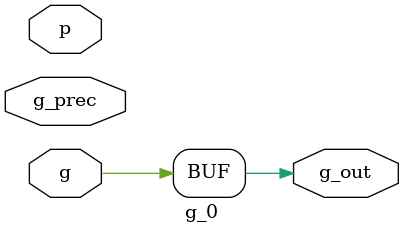
<source format=v>
module g_0 ( g, p, g_prec, g_out );
  input g, p, g_prec;
  output g_out;
  wire   g;
  assign g_out = g;
endmodule
</source>
